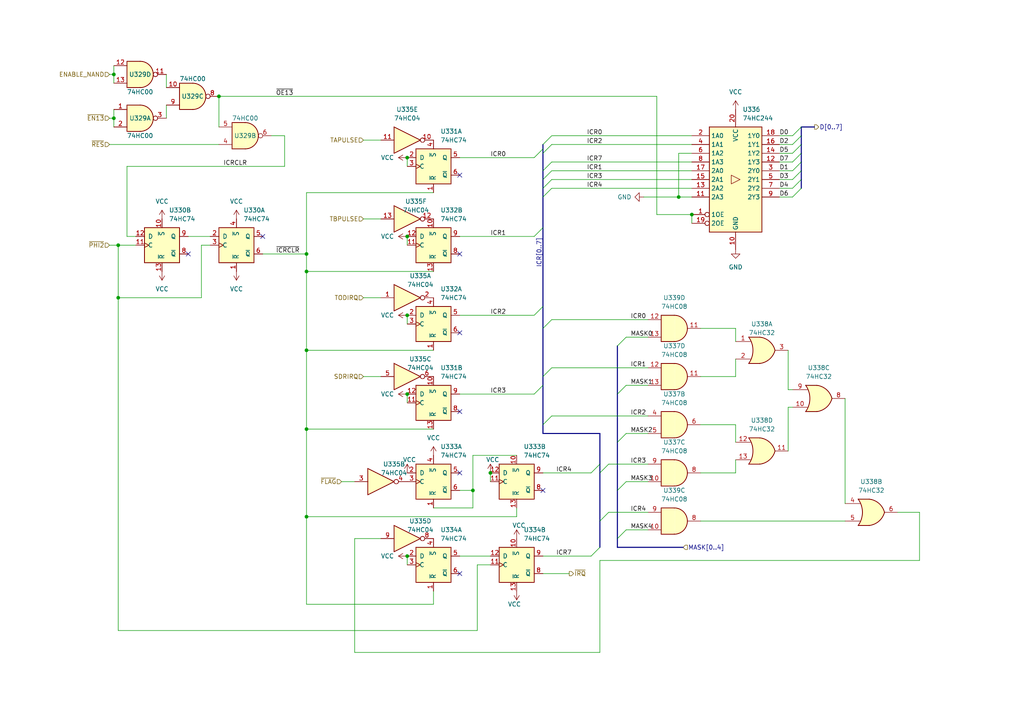
<source format=kicad_sch>
(kicad_sch (version 20211123) (generator eeschema)
  (paper "A4")
  (lib_symbols
    (symbol "74xx:74HC00" (pin_names (offset 1.016))
      (property "Reference" "U" (at 0 1.27 0))
      (property "Value" "74HC00" (at 0 -1.27 0))
      (symbol "74HC00_1_1"
        (arc (start 0 -3.81) (mid 3.81 0) (end 0 3.81) (stroke (width 0.254)) (fill (type background)))
        (polyline (pts (xy 0 3.81) (xy -3.81 3.81) (xy -3.81 -3.81) (xy 0 -3.81)) (stroke (width 0.254)) (fill (type background)))
        (pin input line (at -7.62 2.54 0) (length 3.81) (name "~") (number "1"))
        (pin input line (at -7.62 -2.54 0) (length 3.81) (name "~") (number "2"))
        (pin output inverted (at 7.62 0 180) (length 3.81) (name "~") (number "3"))
      )
      (symbol "74HC00_1_2"
        (arc (start -3.81 -3.81) (mid -2.589 0) (end -3.81 3.81) (stroke (width 0.254)))
        (arc (start -0.6096 -3.81) (mid 2.1842 -2.5851) (end 3.81 0) (stroke (width 0.254)) (fill (type background)))
        (polyline (pts (xy -3.81 -3.81) (xy -0.635 -3.81)) (stroke (width 0.254)) (fill (type background)))
        (polyline (pts (xy -3.81 3.81) (xy -0.635 3.81)) (stroke (width 0.254)) (fill (type background)))
        (polyline (pts (xy -0.635 3.81) (xy -3.81 3.81) (xy -3.81 3.81) (xy -3.556 3.4036) (xy -3.0226 2.2606) (xy -2.6924 1.0414) (xy -2.6162 -0.254) (xy -2.7686 -1.4986) (xy -3.175 -2.7178) (xy -3.81 -3.81) (xy -3.81 -3.81) (xy -0.635 -3.81)) (stroke (width -25.4)) (fill (type background)))
        (arc (start 3.81 0) (mid 2.1915 2.5936) (end -0.6096 3.81) (stroke (width 0.254)) (fill (type background)))
        (pin input inverted (at -7.62 2.54 0) (length 4.318) (name "~") (number "1"))
        (pin input inverted (at -7.62 -2.54 0) (length 4.318) (name "~") (number "2"))
        (pin output line (at 7.62 0 180) (length 3.81) (name "~") (number "3"))
      )
      (symbol "74HC00_2_1"
        (arc (start 0 -3.81) (mid 3.81 0) (end 0 3.81) (stroke (width 0.254)) (fill (type background)))
        (polyline (pts (xy 0 3.81) (xy -3.81 3.81) (xy -3.81 -3.81) (xy 0 -3.81)) (stroke (width 0.254)) (fill (type background)))
        (pin input line (at -7.62 2.54 0) (length 3.81) (name "~") (number "4"))
        (pin input line (at -7.62 -2.54 0) (length 3.81) (name "~") (number "5"))
        (pin output inverted (at 7.62 0 180) (length 3.81) (name "~") (number "6"))
      )
      (symbol "74HC00_2_2"
        (arc (start -3.81 -3.81) (mid -2.589 0) (end -3.81 3.81) (stroke (width 0.254)))
        (arc (start -0.6096 -3.81) (mid 2.1842 -2.5851) (end 3.81 0) (stroke (width 0.254)) (fill (type background)))
        (polyline (pts (xy -3.81 -3.81) (xy -0.635 -3.81)) (stroke (width 0.254)) (fill (type background)))
        (polyline (pts (xy -3.81 3.81) (xy -0.635 3.81)) (stroke (width 0.254)) (fill (type background)))
        (polyline (pts (xy -0.635 3.81) (xy -3.81 3.81) (xy -3.81 3.81) (xy -3.556 3.4036) (xy -3.0226 2.2606) (xy -2.6924 1.0414) (xy -2.6162 -0.254) (xy -2.7686 -1.4986) (xy -3.175 -2.7178) (xy -3.81 -3.81) (xy -3.81 -3.81) (xy -0.635 -3.81)) (stroke (width -25.4)) (fill (type background)))
        (arc (start 3.81 0) (mid 2.1915 2.5936) (end -0.6096 3.81) (stroke (width 0.254)) (fill (type background)))
        (pin input inverted (at -7.62 2.54 0) (length 4.318) (name "~") (number "4"))
        (pin input inverted (at -7.62 -2.54 0) (length 4.318) (name "~") (number "5"))
        (pin output line (at 7.62 0 180) (length 3.81) (name "~") (number "6"))
      )
      (symbol "74HC00_3_1"
        (arc (start 0 -3.81) (mid 3.81 0) (end 0 3.81) (stroke (width 0.254)) (fill (type background)))
        (polyline (pts (xy 0 3.81) (xy -3.81 3.81) (xy -3.81 -3.81) (xy 0 -3.81)) (stroke (width 0.254)) (fill (type background)))
        (pin input line (at -7.62 -2.54 0) (length 3.81) (name "~") (number "10"))
        (pin output inverted (at 7.62 0 180) (length 3.81) (name "~") (number "8"))
        (pin input line (at -7.62 2.54 0) (length 3.81) (name "~") (number "9"))
      )
      (symbol "74HC00_3_2"
        (arc (start -3.81 -3.81) (mid -2.589 0) (end -3.81 3.81) (stroke (width 0.254)))
        (arc (start -0.6096 -3.81) (mid 2.1842 -2.5851) (end 3.81 0) (stroke (width 0.254)) (fill (type background)))
        (polyline (pts (xy -3.81 -3.81) (xy -0.635 -3.81)) (stroke (width 0.254)) (fill (type background)))
        (polyline (pts (xy -3.81 3.81) (xy -0.635 3.81)) (stroke (width 0.254)) (fill (type background)))
        (polyline (pts (xy -0.635 3.81) (xy -3.81 3.81) (xy -3.81 3.81) (xy -3.556 3.4036) (xy -3.0226 2.2606) (xy -2.6924 1.0414) (xy -2.6162 -0.254) (xy -2.7686 -1.4986) (xy -3.175 -2.7178) (xy -3.81 -3.81) (xy -3.81 -3.81) (xy -0.635 -3.81)) (stroke (width -25.4)) (fill (type background)))
        (arc (start 3.81 0) (mid 2.1915 2.5936) (end -0.6096 3.81) (stroke (width 0.254)) (fill (type background)))
        (pin input inverted (at -7.62 -2.54 0) (length 4.318) (name "~") (number "10"))
        (pin output line (at 7.62 0 180) (length 3.81) (name "~") (number "8"))
        (pin input inverted (at -7.62 2.54 0) (length 4.318) (name "~") (number "9"))
      )
      (symbol "74HC00_4_1"
        (arc (start 0 -3.81) (mid 3.81 0) (end 0 3.81) (stroke (width 0.254)) (fill (type background)))
        (polyline (pts (xy 0 3.81) (xy -3.81 3.81) (xy -3.81 -3.81) (xy 0 -3.81)) (stroke (width 0.254)) (fill (type background)))
        (pin output inverted (at 7.62 0 180) (length 3.81) (name "~") (number "11"))
        (pin input line (at -7.62 2.54 0) (length 3.81) (name "~") (number "12"))
        (pin input line (at -7.62 -2.54 0) (length 3.81) (name "~") (number "13"))
      )
      (symbol "74HC00_4_2"
        (arc (start -3.81 -3.81) (mid -2.589 0) (end -3.81 3.81) (stroke (width 0.254)))
        (arc (start -0.6096 -3.81) (mid 2.1842 -2.5851) (end 3.81 0) (stroke (width 0.254)) (fill (type background)))
        (polyline (pts (xy -3.81 -3.81) (xy -0.635 -3.81)) (stroke (width 0.254)) (fill (type background)))
        (polyline (pts (xy -3.81 3.81) (xy -0.635 3.81)) (stroke (width 0.254)) (fill (type background)))
        (polyline (pts (xy -0.635 3.81) (xy -3.81 3.81) (xy -3.81 3.81) (xy -3.556 3.4036) (xy -3.0226 2.2606) (xy -2.6924 1.0414) (xy -2.6162 -0.254) (xy -2.7686 -1.4986) (xy -3.175 -2.7178) (xy -3.81 -3.81) (xy -3.81 -3.81) (xy -0.635 -3.81)) (stroke (width -25.4)) (fill (type background)))
        (arc (start 3.81 0) (mid 2.1915 2.5936) (end -0.6096 3.81) (stroke (width 0.254)) (fill (type background)))
        (pin output line (at 7.62 0 180) (length 3.81) (name "~") (number "11"))
        (pin input inverted (at -7.62 2.54 0) (length 4.318) (name "~") (number "12"))
        (pin input inverted (at -7.62 -2.54 0) (length 4.318) (name "~") (number "13"))
      )
      (symbol "74HC00_5_0"
        (pin power_in line (at 0 12.7 270) (length 5.08) (name "VCC") (number "14"))
        (pin power_in line (at 0 -12.7 90) (length 5.08) (name "GND") (number "7"))
      )
      (symbol "74HC00_5_1"
        (rectangle (start -5.08 7.62) (end 5.08 -7.62) (stroke (width 0.254)) (fill (type background)))
      )
    )
    (symbol "74xx:74HC04"
      (property "Reference" "U" (at 0 1.27 0))
      (property "Value" "74HC04" (at 0 -1.27 0))
      (symbol "74HC04_1_0"
        (polyline (pts (xy -3.81 3.81) (xy -3.81 -3.81) (xy 3.81 0) (xy -3.81 3.81)) (stroke (width 0.254)) (fill (type background)))
        (pin input line (at -7.62 0 0) (length 3.81) (name "~") (number "1"))
        (pin output inverted (at 7.62 0 180) (length 3.81) (name "~") (number "2"))
      )
      (symbol "74HC04_2_0"
        (polyline (pts (xy -3.81 3.81) (xy -3.81 -3.81) (xy 3.81 0) (xy -3.81 3.81)) (stroke (width 0.254)) (fill (type background)))
        (pin input line (at -7.62 0 0) (length 3.81) (name "~") (number "3"))
        (pin output inverted (at 7.62 0 180) (length 3.81) (name "~") (number "4"))
      )
      (symbol "74HC04_3_0"
        (polyline (pts (xy -3.81 3.81) (xy -3.81 -3.81) (xy 3.81 0) (xy -3.81 3.81)) (stroke (width 0.254)) (fill (type background)))
        (pin input line (at -7.62 0 0) (length 3.81) (name "~") (number "5"))
        (pin output inverted (at 7.62 0 180) (length 3.81) (name "~") (number "6"))
      )
      (symbol "74HC04_4_0"
        (polyline (pts (xy -3.81 3.81) (xy -3.81 -3.81) (xy 3.81 0) (xy -3.81 3.81)) (stroke (width 0.254)) (fill (type background)))
        (pin output inverted (at 7.62 0 180) (length 3.81) (name "~") (number "8"))
        (pin input line (at -7.62 0 0) (length 3.81) (name "~") (number "9"))
      )
      (symbol "74HC04_5_0"
        (polyline (pts (xy -3.81 3.81) (xy -3.81 -3.81) (xy 3.81 0) (xy -3.81 3.81)) (stroke (width 0.254)) (fill (type background)))
        (pin output inverted (at 7.62 0 180) (length 3.81) (name "~") (number "10"))
        (pin input line (at -7.62 0 0) (length 3.81) (name "~") (number "11"))
      )
      (symbol "74HC04_6_0"
        (polyline (pts (xy -3.81 3.81) (xy -3.81 -3.81) (xy 3.81 0) (xy -3.81 3.81)) (stroke (width 0.254)) (fill (type background)))
        (pin output inverted (at 7.62 0 180) (length 3.81) (name "~") (number "12"))
        (pin input line (at -7.62 0 0) (length 3.81) (name "~") (number "13"))
      )
      (symbol "74HC04_7_0"
        (pin power_in line (at 0 12.7 270) (length 5.08) (name "VCC") (number "14"))
        (pin power_in line (at 0 -12.7 90) (length 5.08) (name "GND") (number "7"))
      )
      (symbol "74HC04_7_1"
        (rectangle (start -5.08 7.62) (end 5.08 -7.62) (stroke (width 0.254)) (fill (type background)))
      )
    )
    (symbol "74xx:74HC244"
      (property "Reference" "U" (at -7.62 16.51 0))
      (property "Value" "74HC244" (at -7.62 -16.51 0))
      (symbol "74HC244_1_0"
        (polyline (pts (xy 1.27 0) (xy -1.27 1.27) (xy -1.27 -1.27) (xy 1.27 0)) (stroke (width 0.1524)))
        (pin input inverted (at -12.7 -10.16 0) (length 5.08) (name "1OE") (number "1"))
        (pin power_in line (at 0 -20.32 90) (length 5.08) (name "GND") (number "10"))
        (pin input line (at -12.7 -5.08 0) (length 5.08) (name "2A3") (number "11"))
        (pin tri_state line (at 12.7 5.08 180) (length 5.08) (name "1Y3") (number "12"))
        (pin input line (at -12.7 -2.54 0) (length 5.08) (name "2A2") (number "13"))
        (pin tri_state line (at 12.7 7.62 180) (length 5.08) (name "1Y2") (number "14"))
        (pin input line (at -12.7 0 0) (length 5.08) (name "2A1") (number "15"))
        (pin tri_state line (at 12.7 10.16 180) (length 5.08) (name "1Y1") (number "16"))
        (pin input line (at -12.7 2.54 0) (length 5.08) (name "2A0") (number "17"))
        (pin tri_state line (at 12.7 12.7 180) (length 5.08) (name "1Y0") (number "18"))
        (pin input inverted (at -12.7 -12.7 0) (length 5.08) (name "2OE") (number "19"))
        (pin input line (at -12.7 12.7 0) (length 5.08) (name "1A0") (number "2"))
        (pin power_in line (at 0 20.32 270) (length 5.08) (name "VCC") (number "20"))
        (pin tri_state line (at 12.7 2.54 180) (length 5.08) (name "2Y0") (number "3"))
        (pin input line (at -12.7 10.16 0) (length 5.08) (name "1A1") (number "4"))
        (pin tri_state line (at 12.7 0 180) (length 5.08) (name "2Y1") (number "5"))
        (pin input line (at -12.7 7.62 0) (length 5.08) (name "1A2") (number "6"))
        (pin tri_state line (at 12.7 -2.54 180) (length 5.08) (name "2Y2") (number "7"))
        (pin input line (at -12.7 5.08 0) (length 5.08) (name "1A3") (number "8"))
        (pin tri_state line (at 12.7 -5.08 180) (length 5.08) (name "2Y3") (number "9"))
      )
      (symbol "74HC244_1_1"
        (rectangle (start -7.62 15.24) (end 7.62 -15.24) (stroke (width 0.254)) (fill (type background)))
      )
    )
    (symbol "74xx:74HC74" (pin_names (offset 1.016))
      (property "Reference" "U" (at -7.62 8.89 0))
      (property "Value" "74HC74" (at -7.62 -8.89 0))
      (symbol "74HC74_1_0"
        (pin input line (at 0 -7.62 90) (length 2.54) (name "~{R}") (number "1"))
        (pin input line (at -7.62 2.54 0) (length 2.54) (name "D") (number "2"))
        (pin input clock (at -7.62 0 0) (length 2.54) (name "C") (number "3"))
        (pin input line (at 0 7.62 270) (length 2.54) (name "~{S}") (number "4"))
        (pin output line (at 7.62 2.54 180) (length 2.54) (name "Q") (number "5"))
        (pin output line (at 7.62 -2.54 180) (length 2.54) (name "~{Q}") (number "6"))
      )
      (symbol "74HC74_1_1"
        (rectangle (start -5.08 5.08) (end 5.08 -5.08) (stroke (width 0.254)) (fill (type background)))
      )
      (symbol "74HC74_2_0"
        (pin input line (at 0 7.62 270) (length 2.54) (name "~{S}") (number "10"))
        (pin input clock (at -7.62 0 0) (length 2.54) (name "C") (number "11"))
        (pin input line (at -7.62 2.54 0) (length 2.54) (name "D") (number "12"))
        (pin input line (at 0 -7.62 90) (length 2.54) (name "~{R}") (number "13"))
        (pin output line (at 7.62 -2.54 180) (length 2.54) (name "~{Q}") (number "8"))
        (pin output line (at 7.62 2.54 180) (length 2.54) (name "Q") (number "9"))
      )
      (symbol "74HC74_2_1"
        (rectangle (start -5.08 5.08) (end 5.08 -5.08) (stroke (width 0.254)) (fill (type background)))
      )
      (symbol "74HC74_3_0"
        (pin power_in line (at 0 10.16 270) (length 2.54) (name "VCC") (number "14"))
        (pin power_in line (at 0 -10.16 90) (length 2.54) (name "GND") (number "7"))
      )
      (symbol "74HC74_3_1"
        (rectangle (start -5.08 7.62) (end 5.08 -7.62) (stroke (width 0.254)) (fill (type background)))
      )
    )
    (symbol "74xx:74LS32" (pin_names (offset 1.016))
      (property "Reference" "U" (at 0 1.27 0))
      (property "Value" "74LS32" (at 0 -1.27 0))
      (symbol "74LS32_1_1"
        (arc (start -3.81 -3.81) (mid -2.589 0) (end -3.81 3.81) (stroke (width 0.254)))
        (arc (start -0.6096 -3.81) (mid 2.1842 -2.5851) (end 3.81 0) (stroke (width 0.254)) (fill (type background)))
        (polyline (pts (xy -3.81 -3.81) (xy -0.635 -3.81)) (stroke (width 0.254)) (fill (type background)))
        (polyline (pts (xy -3.81 3.81) (xy -0.635 3.81)) (stroke (width 0.254)) (fill (type background)))
        (polyline (pts (xy -0.635 3.81) (xy -3.81 3.81) (xy -3.81 3.81) (xy -3.556 3.4036) (xy -3.0226 2.2606) (xy -2.6924 1.0414) (xy -2.6162 -0.254) (xy -2.7686 -1.4986) (xy -3.175 -2.7178) (xy -3.81 -3.81) (xy -3.81 -3.81) (xy -0.635 -3.81)) (stroke (width -25.4)) (fill (type background)))
        (arc (start 3.81 0) (mid 2.1915 2.5936) (end -0.6096 3.81) (stroke (width 0.254)) (fill (type background)))
        (pin input line (at -7.62 2.54 0) (length 4.318) (name "~") (number "1"))
        (pin input line (at -7.62 -2.54 0) (length 4.318) (name "~") (number "2"))
        (pin output line (at 7.62 0 180) (length 3.81) (name "~") (number "3"))
      )
      (symbol "74LS32_1_2"
        (arc (start 0 -3.81) (mid 3.81 0) (end 0 3.81) (stroke (width 0.254)) (fill (type background)))
        (polyline (pts (xy 0 3.81) (xy -3.81 3.81) (xy -3.81 -3.81) (xy 0 -3.81)) (stroke (width 0.254)) (fill (type background)))
        (pin input inverted (at -7.62 2.54 0) (length 3.81) (name "~") (number "1"))
        (pin input inverted (at -7.62 -2.54 0) (length 3.81) (name "~") (number "2"))
        (pin output inverted (at 7.62 0 180) (length 3.81) (name "~") (number "3"))
      )
      (symbol "74LS32_2_1"
        (arc (start -3.81 -3.81) (mid -2.589 0) (end -3.81 3.81) (stroke (width 0.254)))
        (arc (start -0.6096 -3.81) (mid 2.1842 -2.5851) (end 3.81 0) (stroke (width 0.254)) (fill (type background)))
        (polyline (pts (xy -3.81 -3.81) (xy -0.635 -3.81)) (stroke (width 0.254)) (fill (type background)))
        (polyline (pts (xy -3.81 3.81) (xy -0.635 3.81)) (stroke (width 0.254)) (fill (type background)))
        (polyline (pts (xy -0.635 3.81) (xy -3.81 3.81) (xy -3.81 3.81) (xy -3.556 3.4036) (xy -3.0226 2.2606) (xy -2.6924 1.0414) (xy -2.6162 -0.254) (xy -2.7686 -1.4986) (xy -3.175 -2.7178) (xy -3.81 -3.81) (xy -3.81 -3.81) (xy -0.635 -3.81)) (stroke (width -25.4)) (fill (type background)))
        (arc (start 3.81 0) (mid 2.1915 2.5936) (end -0.6096 3.81) (stroke (width 0.254)) (fill (type background)))
        (pin input line (at -7.62 2.54 0) (length 4.318) (name "~") (number "4"))
        (pin input line (at -7.62 -2.54 0) (length 4.318) (name "~") (number "5"))
        (pin output line (at 7.62 0 180) (length 3.81) (name "~") (number "6"))
      )
      (symbol "74LS32_2_2"
        (arc (start 0 -3.81) (mid 3.81 0) (end 0 3.81) (stroke (width 0.254)) (fill (type background)))
        (polyline (pts (xy 0 3.81) (xy -3.81 3.81) (xy -3.81 -3.81) (xy 0 -3.81)) (stroke (width 0.254)) (fill (type background)))
        (pin input inverted (at -7.62 2.54 0) (length 3.81) (name "~") (number "4"))
        (pin input inverted (at -7.62 -2.54 0) (length 3.81) (name "~") (number "5"))
        (pin output inverted (at 7.62 0 180) (length 3.81) (name "~") (number "6"))
      )
      (symbol "74LS32_3_1"
        (arc (start -3.81 -3.81) (mid -2.589 0) (end -3.81 3.81) (stroke (width 0.254)))
        (arc (start -0.6096 -3.81) (mid 2.1842 -2.5851) (end 3.81 0) (stroke (width 0.254)) (fill (type background)))
        (polyline (pts (xy -3.81 -3.81) (xy -0.635 -3.81)) (stroke (width 0.254)) (fill (type background)))
        (polyline (pts (xy -3.81 3.81) (xy -0.635 3.81)) (stroke (width 0.254)) (fill (type background)))
        (polyline (pts (xy -0.635 3.81) (xy -3.81 3.81) (xy -3.81 3.81) (xy -3.556 3.4036) (xy -3.0226 2.2606) (xy -2.6924 1.0414) (xy -2.6162 -0.254) (xy -2.7686 -1.4986) (xy -3.175 -2.7178) (xy -3.81 -3.81) (xy -3.81 -3.81) (xy -0.635 -3.81)) (stroke (width -25.4)) (fill (type background)))
        (arc (start 3.81 0) (mid 2.1915 2.5936) (end -0.6096 3.81) (stroke (width 0.254)) (fill (type background)))
        (pin input line (at -7.62 -2.54 0) (length 4.318) (name "~") (number "10"))
        (pin output line (at 7.62 0 180) (length 3.81) (name "~") (number "8"))
        (pin input line (at -7.62 2.54 0) (length 4.318) (name "~") (number "9"))
      )
      (symbol "74LS32_3_2"
        (arc (start 0 -3.81) (mid 3.81 0) (end 0 3.81) (stroke (width 0.254)) (fill (type background)))
        (polyline (pts (xy 0 3.81) (xy -3.81 3.81) (xy -3.81 -3.81) (xy 0 -3.81)) (stroke (width 0.254)) (fill (type background)))
        (pin input inverted (at -7.62 -2.54 0) (length 3.81) (name "~") (number "10"))
        (pin output inverted (at 7.62 0 180) (length 3.81) (name "~") (number "8"))
        (pin input inverted (at -7.62 2.54 0) (length 3.81) (name "~") (number "9"))
      )
      (symbol "74LS32_4_1"
        (arc (start -3.81 -3.81) (mid -2.589 0) (end -3.81 3.81) (stroke (width 0.254)))
        (arc (start -0.6096 -3.81) (mid 2.1842 -2.5851) (end 3.81 0) (stroke (width 0.254)) (fill (type background)))
        (polyline (pts (xy -3.81 -3.81) (xy -0.635 -3.81)) (stroke (width 0.254)) (fill (type background)))
        (polyline (pts (xy -3.81 3.81) (xy -0.635 3.81)) (stroke (width 0.254)) (fill (type background)))
        (polyline (pts (xy -0.635 3.81) (xy -3.81 3.81) (xy -3.81 3.81) (xy -3.556 3.4036) (xy -3.0226 2.2606) (xy -2.6924 1.0414) (xy -2.6162 -0.254) (xy -2.7686 -1.4986) (xy -3.175 -2.7178) (xy -3.81 -3.81) (xy -3.81 -3.81) (xy -0.635 -3.81)) (stroke (width -25.4)) (fill (type background)))
        (arc (start 3.81 0) (mid 2.1915 2.5936) (end -0.6096 3.81) (stroke (width 0.254)) (fill (type background)))
        (pin output line (at 7.62 0 180) (length 3.81) (name "~") (number "11"))
        (pin input line (at -7.62 2.54 0) (length 4.318) (name "~") (number "12"))
        (pin input line (at -7.62 -2.54 0) (length 4.318) (name "~") (number "13"))
      )
      (symbol "74LS32_4_2"
        (arc (start 0 -3.81) (mid 3.81 0) (end 0 3.81) (stroke (width 0.254)) (fill (type background)))
        (polyline (pts (xy 0 3.81) (xy -3.81 3.81) (xy -3.81 -3.81) (xy 0 -3.81)) (stroke (width 0.254)) (fill (type background)))
        (pin output inverted (at 7.62 0 180) (length 3.81) (name "~") (number "11"))
        (pin input inverted (at -7.62 2.54 0) (length 3.81) (name "~") (number "12"))
        (pin input inverted (at -7.62 -2.54 0) (length 3.81) (name "~") (number "13"))
      )
      (symbol "74LS32_5_0"
        (pin power_in line (at 0 12.7 270) (length 5.08) (name "VCC") (number "14"))
        (pin power_in line (at 0 -12.7 90) (length 5.08) (name "GND") (number "7"))
      )
      (symbol "74LS32_5_1"
        (rectangle (start -5.08 7.62) (end 5.08 -7.62) (stroke (width 0.254)) (fill (type background)))
      )
    )
    (symbol "Custom 74xx:74HC08" (pin_names (offset 1.016))
      (property "Reference" "U" (at 0 1.27 0))
      (property "Value" "74HC08" (at 0 -1.27 0))
      (symbol "74HC08_1_1"
        (arc (start 0 -3.81) (mid 3.81 0) (end 0 3.81) (stroke (width 0.254)) (fill (type background)))
        (polyline (pts (xy 0 3.81) (xy -3.81 3.81) (xy -3.81 -3.81) (xy 0 -3.81)) (stroke (width 0.254)) (fill (type background)))
        (pin input line (at -7.62 2.54 0) (length 3.81) (name "~") (number "1"))
        (pin input line (at -7.62 -2.54 0) (length 3.81) (name "~") (number "2"))
        (pin output line (at 7.62 0 180) (length 3.81) (name "~") (number "3"))
      )
      (symbol "74HC08_1_2"
        (arc (start -3.81 -3.81) (mid -2.589 0) (end -3.81 3.81) (stroke (width 0.254)))
        (arc (start -0.6096 -3.81) (mid 2.1855 -2.584) (end 3.81 0) (stroke (width 0.254)) (fill (type background)))
        (polyline (pts (xy -3.81 -3.81) (xy -0.635 -3.81)) (stroke (width 0.254)) (fill (type background)))
        (polyline (pts (xy -3.81 3.81) (xy -0.635 3.81)) (stroke (width 0.254)) (fill (type background)))
        (polyline (pts (xy -0.635 3.81) (xy -3.81 3.81) (xy -3.81 3.81) (xy -3.556 3.4036) (xy -3.0226 2.2606) (xy -2.6924 1.0414) (xy -2.6162 -0.254) (xy -2.7686 -1.4986) (xy -3.175 -2.7178) (xy -3.81 -3.81) (xy -3.81 -3.81) (xy -0.635 -3.81)) (stroke (width -25.4)) (fill (type background)))
        (arc (start 3.81 0) (mid 2.1928 2.5925) (end -0.6096 3.81) (stroke (width 0.254)) (fill (type background)))
        (pin input inverted (at -7.62 2.54 0) (length 4.318) (name "~") (number "1"))
        (pin input inverted (at -7.62 -2.54 0) (length 4.318) (name "~") (number "2"))
        (pin output line (at 7.62 0 180) (length 3.81) (name "~") (number "3"))
      )
      (symbol "74HC08_2_1"
        (arc (start 0 -3.81) (mid 3.81 0) (end 0 3.81) (stroke (width 0.254)) (fill (type background)))
        (polyline (pts (xy 0 3.81) (xy -3.81 3.81) (xy -3.81 -3.81) (xy 0 -3.81)) (stroke (width 0.254)) (fill (type background)))
        (pin input line (at -7.62 2.54 0) (length 3.81) (name "~") (number "4"))
        (pin input line (at -7.62 -2.54 0) (length 3.81) (name "~") (number "5"))
        (pin output line (at 7.62 0 180) (length 3.81) (name "~") (number "6"))
      )
      (symbol "74HC08_2_2"
        (arc (start -3.81 -3.81) (mid -2.589 0) (end -3.81 3.81) (stroke (width 0.254)))
        (arc (start -0.6096 -3.81) (mid 2.1855 -2.584) (end 3.81 0) (stroke (width 0.254)) (fill (type background)))
        (polyline (pts (xy -3.81 -3.81) (xy -0.635 -3.81)) (stroke (width 0.254)) (fill (type background)))
        (polyline (pts (xy -3.81 3.81) (xy -0.635 3.81)) (stroke (width 0.254)) (fill (type background)))
        (polyline (pts (xy -0.635 3.81) (xy -3.81 3.81) (xy -3.81 3.81) (xy -3.556 3.4036) (xy -3.0226 2.2606) (xy -2.6924 1.0414) (xy -2.6162 -0.254) (xy -2.7686 -1.4986) (xy -3.175 -2.7178) (xy -3.81 -3.81) (xy -3.81 -3.81) (xy -0.635 -3.81)) (stroke (width -25.4)) (fill (type background)))
        (arc (start 3.81 0) (mid 2.1928 2.5925) (end -0.6096 3.81) (stroke (width 0.254)) (fill (type background)))
        (pin input inverted (at -7.62 2.54 0) (length 4.318) (name "~") (number "4"))
        (pin input inverted (at -7.62 -2.54 0) (length 4.318) (name "~") (number "5"))
        (pin output line (at 7.62 0 180) (length 3.81) (name "~") (number "6"))
      )
      (symbol "74HC08_3_1"
        (arc (start 0 -3.81) (mid 3.81 0) (end 0 3.81) (stroke (width 0.254)) (fill (type background)))
        (polyline (pts (xy 0 3.81) (xy -3.81 3.81) (xy -3.81 -3.81) (xy 0 -3.81)) (stroke (width 0.254)) (fill (type background)))
        (pin input line (at -7.62 -2.54 0) (length 3.81) (name "~") (number "10"))
        (pin output line (at 7.62 0 180) (length 3.81) (name "~") (number "8"))
        (pin input line (at -7.62 2.54 0) (length 3.81) (name "~") (number "9"))
      )
      (symbol "74HC08_3_2"
        (arc (start -3.81 -3.81) (mid -2.589 0) (end -3.81 3.81) (stroke (width 0.254)))
        (arc (start -0.6096 -3.81) (mid 2.1855 -2.584) (end 3.81 0) (stroke (width 0.254)) (fill (type background)))
        (polyline (pts (xy -3.81 -3.81) (xy -0.635 -3.81)) (stroke (width 0.254)) (fill (type background)))
        (polyline (pts (xy -3.81 3.81) (xy -0.635 3.81)) (stroke (width 0.254)) (fill (type background)))
        (polyline (pts (xy -0.635 3.81) (xy -3.81 3.81) (xy -3.81 3.81) (xy -3.556 3.4036) (xy -3.0226 2.2606) (xy -2.6924 1.0414) (xy -2.6162 -0.254) (xy -2.7686 -1.4986) (xy -3.175 -2.7178) (xy -3.81 -3.81) (xy -3.81 -3.81) (xy -0.635 -3.81)) (stroke (width -25.4)) (fill (type background)))
        (arc (start 3.81 0) (mid 2.1928 2.5925) (end -0.6096 3.81) (stroke (width 0.254)) (fill (type background)))
        (pin input inverted (at -7.62 -2.54 0) (length 4.318) (name "~") (number "10"))
        (pin output line (at 7.62 0 180) (length 3.81) (name "~") (number "8"))
        (pin input inverted (at -7.62 2.54 0) (length 4.318) (name "~") (number "9"))
      )
      (symbol "74HC08_4_1"
        (arc (start 0 -3.81) (mid 3.81 0) (end 0 3.81) (stroke (width 0.254)) (fill (type background)))
        (polyline (pts (xy 0 3.81) (xy -3.81 3.81) (xy -3.81 -3.81) (xy 0 -3.81)) (stroke (width 0.254)) (fill (type background)))
        (pin output line (at 7.62 0 180) (length 3.81) (name "~") (number "11"))
        (pin input line (at -7.62 2.54 0) (length 3.81) (name "~") (number "12"))
        (pin input line (at -7.62 -2.54 0) (length 3.81) (name "~") (number "13"))
      )
      (symbol "74HC08_4_2"
        (arc (start -3.81 -3.81) (mid -2.589 0) (end -3.81 3.81) (stroke (width 0.254)))
        (arc (start -0.6096 -3.81) (mid 2.1855 -2.584) (end 3.81 0) (stroke (width 0.254)) (fill (type background)))
        (polyline (pts (xy -3.81 -3.81) (xy -0.635 -3.81)) (stroke (width 0.254)) (fill (type background)))
        (polyline (pts (xy -3.81 3.81) (xy -0.635 3.81)) (stroke (width 0.254)) (fill (type background)))
        (polyline (pts (xy -0.635 3.81) (xy -3.81 3.81) (xy -3.81 3.81) (xy -3.556 3.4036) (xy -3.0226 2.2606) (xy -2.6924 1.0414) (xy -2.6162 -0.254) (xy -2.7686 -1.4986) (xy -3.175 -2.7178) (xy -3.81 -3.81) (xy -3.81 -3.81) (xy -0.635 -3.81)) (stroke (width -25.4)) (fill (type background)))
        (arc (start 3.81 0) (mid 2.1928 2.5925) (end -0.6096 3.81) (stroke (width 0.254)) (fill (type background)))
        (pin output line (at 7.62 0 180) (length 3.81) (name "~") (number "11"))
        (pin input inverted (at -7.62 2.54 0) (length 4.318) (name "~") (number "12"))
        (pin input inverted (at -7.62 -2.54 0) (length 4.318) (name "~") (number "13"))
      )
      (symbol "74HC08_5_0"
        (pin power_in line (at 0 12.7 270) (length 5.08) (name "VCC") (number "14"))
        (pin power_in line (at 0 -12.7 90) (length 5.08) (name "GND") (number "7"))
      )
      (symbol "74HC08_5_1"
        (rectangle (start -5.08 7.62) (end 5.08 -7.62) (stroke (width 0.254)) (fill (type background)))
      )
    )
    (symbol "power:GND" (power) (pin_names (offset 0))
      (property "Value" "GND" (at 0 -3.81 0))
      (symbol "GND_0_1"
        (polyline (pts (xy 0 0) (xy 0 -1.27) (xy 1.27 -1.27) (xy 0 -2.54) (xy -1.27 -1.27) (xy 0 -1.27)))
      )
      (symbol "GND_1_1"
        (pin power_in line (at 0 0 270) (length 0) hide (name "GND") (number "1"))
      )
    )
    (symbol "power:VCC" (power) (pin_names (offset 0))
      (property "Value" "VCC" (at 0 3.81 0))
      (symbol "VCC_0_1"
        (polyline (pts (xy -0.762 1.27) (xy 0 2.54)))
        (polyline (pts (xy 0 0) (xy 0 2.54)))
        (polyline (pts (xy 0 2.54) (xy 0.762 1.27)))
      )
      (symbol "VCC_1_1"
        (pin power_in line (at 0 0 90) (length 0) hide (name "VCC") (number "1"))
      )
    )
  )
  (junction (at 33.02 21.59))
  (junction (at 118.11 161.29))
  (junction (at 88.9 149.86))
  (junction (at 142.24 137.16))
  (junction (at 88.9 73.66))
  (junction (at 137.16 142.24))
  (junction (at 118.11 114.3))
  (junction (at 200.66 62.23))
  (junction (at 88.9 78.74))
  (junction (at 34.29 71.12))
  (junction (at 88.9 124.46))
  (junction (at 88.9 101.6))
  (junction (at 34.29 86.36))
  (junction (at 63.5 27.94))
  (junction (at 118.11 68.58))
  (junction (at 118.11 45.72))
  (junction (at 196.85 57.15))
  (junction (at 33.02 34.29))
  (junction (at 118.11 91.44))
  (no_connect (at 133.35 166.37))
  (no_connect (at 133.35 119.38))
  (no_connect (at 133.35 50.8))
  (no_connect (at 133.35 73.66))
  (no_connect (at 54.61 73.66))
  (no_connect (at 76.2 68.58))
  (no_connect (at 133.35 137.16))
  (no_connect (at 157.48 142.24))
  (no_connect (at 133.35 96.52))
  (bus_entry (at 229.87 52.07) (size 2.54 -2.54))
  (bus_entry (at 229.87 54.61) (size 2.54 -2.54))
  (bus_entry (at 229.87 57.15) (size 2.54 -2.54))
  (bus_entry (at 229.87 41.91) (size 2.54 -2.54))
  (bus_entry (at 229.87 39.37) (size 2.54 -2.54))
  (bus_entry (at 229.87 49.53) (size 2.54 -2.54))
  (bus_entry (at 229.87 46.99) (size 2.54 -2.54))
  (bus_entry (at 229.87 44.45) (size 2.54 -2.54))
  (bus_entry (at 179.07 114.3) (size 2.54 -2.54))
  (bus_entry (at 179.07 156.21) (size 2.54 -2.54))
  (bus_entry (at 173.99 137.16) (size 2.54 -2.54))
  (bus_entry (at 173.99 151.13) (size 2.54 -2.54))
  (bus_entry (at 179.07 142.24) (size 2.54 -2.54))
  (bus_entry (at 179.07 128.27) (size 2.54 -2.54))
  (bus_entry (at 157.48 123.19) (size 2.54 -2.54))
  (bus_entry (at 157.48 109.22) (size 2.54 -2.54))
  (bus_entry (at 179.07 100.33) (size 2.54 -2.54))
  (bus_entry (at 157.48 95.25) (size 2.54 -2.54))
  (bus_entry (at 171.45 161.29) (size 2.54 -2.54))
  (bus_entry (at 171.45 137.16) (size 2.54 -2.54))
  (bus_entry (at 157.48 54.61) (size 2.54 -2.54))
  (bus_entry (at 157.48 52.07) (size 2.54 -2.54))
  (bus_entry (at 157.48 57.15) (size 2.54 -2.54))
  (bus_entry (at 157.48 49.53) (size 2.54 -2.54))
  (bus_entry (at 157.48 41.91) (size 2.54 -2.54))
  (bus_entry (at 157.48 44.45) (size 2.54 -2.54))
  (bus_entry (at 154.94 114.3) (size 2.54 -2.54))
  (bus_entry (at 154.94 45.72) (size 2.54 -2.54))
  (bus_entry (at 154.94 91.44) (size 2.54 -2.54))
  (bus_entry (at 154.94 68.58) (size 2.54 -2.54))
  (wire (pts (xy 105.41 40.64) (xy 110.49 40.64)))
  (wire (pts (xy 133.35 45.72) (xy 154.94 45.72)))
  (wire (pts (xy 125.73 101.6) (xy 88.9 101.6)))
  (wire (pts (xy 181.61 153.67) (xy 187.96 153.67)))
  (wire (pts (xy 226.06 39.37) (xy 229.87 39.37)))
  (wire (pts (xy 226.06 54.61) (xy 229.87 54.61)))
  (wire (pts (xy 33.02 21.59) (xy 33.02 24.13)))
  (wire (pts (xy 34.29 71.12) (xy 34.29 86.36)))
  (wire (pts (xy 160.02 120.65) (xy 187.96 120.65)))
  (wire (pts (xy 226.06 52.07) (xy 229.87 52.07)))
  (wire (pts (xy 118.11 91.44) (xy 118.11 93.98)))
  (bus (pts (xy 157.48 49.53) (xy 157.48 52.07)))
  (bus (pts (xy 173.99 137.16) (xy 173.99 151.13)))
  (wire (pts (xy 88.9 124.46) (xy 88.9 101.6)))
  (wire (pts (xy 196.85 44.45) (xy 196.85 57.15)))
  (wire (pts (xy 176.53 148.59) (xy 187.96 148.59)))
  (wire (pts (xy 48.26 34.29) (xy 48.26 30.48)))
  (wire (pts (xy 133.35 68.58) (xy 154.94 68.58)))
  (wire (pts (xy 176.53 134.62) (xy 187.96 134.62)))
  (wire (pts (xy 173.99 162.56) (xy 266.7 162.56)))
  (wire (pts (xy 78.74 39.37) (xy 82.55 39.37)))
  (wire (pts (xy 213.36 109.22) (xy 213.36 104.14)))
  (wire (pts (xy 88.9 101.6) (xy 88.9 78.74)))
  (bus (pts (xy 232.41 49.53) (xy 232.41 52.07)))
  (wire (pts (xy 137.16 132.08) (xy 149.86 132.08)))
  (wire (pts (xy 157.48 161.29) (xy 171.45 161.29)))
  (wire (pts (xy 34.29 86.36) (xy 34.29 182.88)))
  (wire (pts (xy 99.06 139.7) (xy 102.87 139.7)))
  (wire (pts (xy 34.29 71.12) (xy 39.37 71.12)))
  (wire (pts (xy 203.2 137.16) (xy 213.36 137.16)))
  (wire (pts (xy 118.11 45.72) (xy 118.11 48.26)))
  (wire (pts (xy 125.73 171.45) (xy 125.73 175.26)))
  (wire (pts (xy 228.6 113.03) (xy 228.6 101.6)))
  (wire (pts (xy 31.75 21.59) (xy 33.02 21.59)))
  (wire (pts (xy 133.35 91.44) (xy 154.94 91.44)))
  (wire (pts (xy 213.36 123.19) (xy 213.36 128.27)))
  (wire (pts (xy 142.24 137.16) (xy 142.24 139.7)))
  (bus (pts (xy 232.41 36.83) (xy 232.41 39.37)))
  (wire (pts (xy 160.02 52.07) (xy 200.66 52.07)))
  (wire (pts (xy 213.36 95.25) (xy 213.36 99.06)))
  (wire (pts (xy 181.61 125.73) (xy 187.96 125.73)))
  (wire (pts (xy 160.02 54.61) (xy 200.66 54.61)))
  (wire (pts (xy 118.11 161.29) (xy 118.11 163.83)))
  (wire (pts (xy 229.87 113.03) (xy 228.6 113.03)))
  (wire (pts (xy 226.06 57.15) (xy 229.87 57.15)))
  (wire (pts (xy 125.73 55.88) (xy 88.9 55.88)))
  (wire (pts (xy 33.02 21.59) (xy 33.02 19.05)))
  (wire (pts (xy 125.73 147.32) (xy 137.16 147.32)))
  (wire (pts (xy 33.02 34.29) (xy 33.02 31.75)))
  (wire (pts (xy 105.41 63.5) (xy 110.49 63.5)))
  (wire (pts (xy 82.55 48.26) (xy 36.83 48.26)))
  (bus (pts (xy 157.48 66.04) (xy 157.48 88.9)))
  (wire (pts (xy 181.61 139.7) (xy 187.96 139.7)))
  (bus (pts (xy 157.48 88.9) (xy 157.48 95.25)))
  (wire (pts (xy 102.87 156.21) (xy 102.87 189.23)))
  (bus (pts (xy 179.07 156.21) (xy 179.07 158.75)))
  (bus (pts (xy 236.22 36.83) (xy 232.41 36.83)))
  (wire (pts (xy 31.75 71.12) (xy 34.29 71.12)))
  (wire (pts (xy 226.06 41.91) (xy 229.87 41.91)))
  (wire (pts (xy 186.69 57.15) (xy 196.85 57.15)))
  (wire (pts (xy 160.02 41.91) (xy 200.66 41.91)))
  (bus (pts (xy 232.41 41.91) (xy 232.41 44.45)))
  (bus (pts (xy 157.48 43.18) (xy 157.48 44.45)))
  (bus (pts (xy 179.07 114.3) (xy 179.07 128.27)))
  (wire (pts (xy 203.2 123.19) (xy 213.36 123.19)))
  (bus (pts (xy 157.48 54.61) (xy 157.48 57.15)))
  (wire (pts (xy 228.6 130.81) (xy 228.6 118.11)))
  (wire (pts (xy 118.11 68.58) (xy 118.11 71.12)))
  (bus (pts (xy 157.48 41.91) (xy 157.48 43.18)))
  (bus (pts (xy 157.48 125.73) (xy 173.99 125.73)))
  (wire (pts (xy 110.49 156.21) (xy 102.87 156.21)))
  (wire (pts (xy 36.83 68.58) (xy 39.37 68.58)))
  (wire (pts (xy 190.5 27.94) (xy 190.5 62.23)))
  (wire (pts (xy 88.9 78.74) (xy 125.73 78.74)))
  (wire (pts (xy 160.02 46.99) (xy 200.66 46.99)))
  (wire (pts (xy 157.48 166.37) (xy 165.1 166.37)))
  (wire (pts (xy 181.61 97.79) (xy 187.96 97.79)))
  (wire (pts (xy 88.9 55.88) (xy 88.9 73.66)))
  (bus (pts (xy 157.48 57.15) (xy 157.48 66.04)))
  (bus (pts (xy 157.48 52.07) (xy 157.48 54.61)))
  (bus (pts (xy 157.48 44.45) (xy 157.48 49.53)))
  (bus (pts (xy 198.12 158.75) (xy 179.07 158.75)))
  (wire (pts (xy 125.73 175.26) (xy 88.9 175.26)))
  (wire (pts (xy 54.61 68.58) (xy 60.96 68.58)))
  (bus (pts (xy 157.48 95.25) (xy 157.48 109.22)))
  (wire (pts (xy 200.66 44.45) (xy 196.85 44.45)))
  (wire (pts (xy 105.41 86.36) (xy 110.49 86.36)))
  (wire (pts (xy 58.42 86.36) (xy 58.42 71.12)))
  (wire (pts (xy 133.35 114.3) (xy 154.94 114.3)))
  (wire (pts (xy 63.5 27.94) (xy 63.5 36.83)))
  (wire (pts (xy 58.42 71.12) (xy 60.96 71.12)))
  (bus (pts (xy 173.99 125.73) (xy 173.99 134.62)))
  (wire (pts (xy 149.86 149.86) (xy 88.9 149.86)))
  (wire (pts (xy 203.2 95.25) (xy 213.36 95.25)))
  (wire (pts (xy 157.48 137.16) (xy 171.45 137.16)))
  (wire (pts (xy 36.83 48.26) (xy 36.83 68.58)))
  (wire (pts (xy 88.9 175.26) (xy 88.9 149.86)))
  (wire (pts (xy 203.2 109.22) (xy 213.36 109.22)))
  (bus (pts (xy 179.07 100.33) (xy 179.07 114.3)))
  (bus (pts (xy 232.41 39.37) (xy 232.41 41.91)))
  (wire (pts (xy 213.36 137.16) (xy 213.36 133.35)))
  (wire (pts (xy 31.75 34.29) (xy 33.02 34.29)))
  (wire (pts (xy 76.2 73.66) (xy 88.9 73.66)))
  (wire (pts (xy 260.35 148.59) (xy 266.7 148.59)))
  (wire (pts (xy 133.35 142.24) (xy 137.16 142.24)))
  (wire (pts (xy 226.06 44.45) (xy 229.87 44.45)))
  (wire (pts (xy 88.9 78.74) (xy 88.9 73.66)))
  (bus (pts (xy 179.07 142.24) (xy 179.07 156.21)))
  (wire (pts (xy 34.29 86.36) (xy 58.42 86.36)))
  (bus (pts (xy 157.48 123.19) (xy 157.48 125.73)))
  (wire (pts (xy 31.75 41.91) (xy 63.5 41.91)))
  (wire (pts (xy 226.06 49.53) (xy 229.87 49.53)))
  (wire (pts (xy 63.5 27.94) (xy 190.5 27.94)))
  (wire (pts (xy 125.73 124.46) (xy 88.9 124.46)))
  (wire (pts (xy 137.16 147.32) (xy 137.16 142.24)))
  (bus (pts (xy 173.99 134.62) (xy 173.99 137.16)))
  (wire (pts (xy 149.86 147.32) (xy 149.86 149.86)))
  (wire (pts (xy 226.06 46.99) (xy 229.87 46.99)))
  (bus (pts (xy 232.41 52.07) (xy 232.41 54.61)))
  (wire (pts (xy 245.11 115.57) (xy 245.11 146.05)))
  (wire (pts (xy 200.66 62.23) (xy 200.66 64.77)))
  (wire (pts (xy 102.87 189.23) (xy 173.99 189.23)))
  (wire (pts (xy 33.02 34.29) (xy 33.02 36.83)))
  (wire (pts (xy 82.55 39.37) (xy 82.55 48.26)))
  (wire (pts (xy 137.16 142.24) (xy 137.16 132.08)))
  (wire (pts (xy 160.02 49.53) (xy 200.66 49.53)))
  (wire (pts (xy 160.02 106.68) (xy 187.96 106.68)))
  (bus (pts (xy 157.48 111.76) (xy 157.48 123.19)))
  (wire (pts (xy 138.43 163.83) (xy 142.24 163.83)))
  (wire (pts (xy 160.02 39.37) (xy 200.66 39.37)))
  (wire (pts (xy 203.2 151.13) (xy 245.11 151.13)))
  (wire (pts (xy 160.02 92.71) (xy 187.96 92.71)))
  (wire (pts (xy 181.61 111.76) (xy 187.96 111.76)))
  (bus (pts (xy 173.99 151.13) (xy 173.99 158.75)))
  (wire (pts (xy 138.43 182.88) (xy 138.43 163.83)))
  (wire (pts (xy 196.85 57.15) (xy 200.66 57.15)))
  (wire (pts (xy 228.6 118.11) (xy 229.87 118.11)))
  (wire (pts (xy 118.11 114.3) (xy 118.11 116.84)))
  (wire (pts (xy 133.35 161.29) (xy 142.24 161.29)))
  (bus (pts (xy 232.41 46.99) (xy 232.41 49.53)))
  (wire (pts (xy 173.99 189.23) (xy 173.99 162.56)))
  (bus (pts (xy 232.41 44.45) (xy 232.41 46.99)))
  (wire (pts (xy 266.7 162.56) (xy 266.7 148.59)))
  (wire (pts (xy 88.9 149.86) (xy 88.9 124.46)))
  (wire (pts (xy 190.5 62.23) (xy 200.66 62.23)))
  (wire (pts (xy 105.41 109.22) (xy 110.49 109.22)))
  (bus (pts (xy 157.48 109.22) (xy 157.48 111.76)))
  (bus (pts (xy 179.07 128.27) (xy 179.07 142.24)))
  (wire (pts (xy 48.26 21.59) (xy 48.26 25.4)))
  (wire (pts (xy 34.29 182.88) (xy 138.43 182.88)))
  (label "~{OE13}" (at 80.01 27.94 0))
  (label "D6" (at 226.06 57.15 0))
  (label "MASK4" (at 182.88 153.67 0))
  (label "ICR0" (at 170.18 39.37 0))
  (label "D4" (at 226.06 54.61 0))
  (label "ICR1" (at 170.18 49.53 0))
  (label "ICR3" (at 170.18 52.07 0))
  (label "ICR0" (at 142.24 45.72 0))
  (label "ICR3" (at 142.24 114.3 0))
  (label "D3" (at 226.06 52.07 0))
  (label "D7" (at 226.06 46.99 0))
  (label "ICR3" (at 182.88 134.62 0))
  (label "ICR4" (at 182.88 148.59 0))
  (label "D1" (at 226.06 49.53 0))
  (label "ICRCLR" (at 64.77 48.26 0))
  (label "MASK1" (at 182.88 111.76 0))
  (label "ICR1" (at 182.88 106.68 0))
  (label "ICR1" (at 142.24 68.58 0))
  (label "ICR7" (at 170.18 46.99 0))
  (label "MASK2" (at 182.88 125.73 0))
  (label "D5" (at 226.06 44.45 0))
  (label "MASK0" (at 182.88 97.79 0))
  (label "D2" (at 226.06 41.91 0))
  (label "ICR2" (at 170.18 41.91 0))
  (label "ICR2" (at 142.24 91.44 0))
  (label "ICR0" (at 182.88 92.71 0))
  (label "~{ICRCLR}" (at 80.01 73.66 0))
  (label "ICR4" (at 170.18 54.61 0))
  (label "ICR[0..7]" (at 157.48 77.47 90))
  (label "MASK3" (at 182.88 139.7 0))
  (label "ICR2" (at 182.88 120.65 0))
  (label "ICR4" (at 161.29 137.16 0))
  (label "ICR7" (at 161.29 161.29 0))
  (label "D0" (at 226.06 39.37 0))
  (hierarchical_label "~{EN13}" (shape input) (at 31.75 34.29 180))
  (hierarchical_label "D[0..7]" (shape output) (at 236.22 36.83 0))
  (hierarchical_label "MASK[0..4]" (shape input) (at 198.12 158.75 0))
  (hierarchical_label "~{FLAG}" (shape input) (at 99.06 139.7 180))
  (hierarchical_label "TAPULSE" (shape input) (at 105.41 40.64 180))
  (hierarchical_label "TODIRQ" (shape input) (at 105.41 86.36 180))
  (hierarchical_label "~{PHI2}" (shape input) (at 31.75 71.12 180))
  (hierarchical_label "~{IRQ}" (shape output) (at 165.1 166.37 0))
  (hierarchical_label "TBPULSE" (shape input) (at 105.41 63.5 180))
  (hierarchical_label "ENABLE_NAND" (shape input) (at 31.75 21.59 180))
  (hierarchical_label "~{RES}" (shape input) (at 31.75 41.91 180))
  (hierarchical_label "SDRIRQ" (shape input) (at 105.41 109.22 180))
  (symbol (lib_id "power:VCC") (at 118.11 68.58 90) (unit 1)
    (property "Reference" "#PWR0342" (effects hide))
    (property "Value" "VCC" (at 114.3 68.5799 90) (effects (justify left)))
  )
  (symbol (lib_id "74xx:74HC04") (at 118.11 40.64 0) (unit 5)
    (property "Reference" "U335" (at 118.11 31.75 0))
    (property "Value" "74HC04" (at 118.11 34.29 0))
    (property "Footprint" "Package_SO:SO-14_3.9x8.65mm_P1.27mm" (effects hide))
    (property "Datasheet" "https://assets.nexperia.com/documents/data-sheet/74HC_HCT04.pdf" (effects hide))
  )
  (symbol (lib_id "74xx:74LS32") (at 220.98 101.6 0) (unit 1)
    (property "Reference" "U338" (at 220.98 93.98 0))
    (property "Value" "74HC32" (at 220.98 96.52 0))
    (property "Footprint" "Package_SO:SO-14_3.9x8.65mm_P1.27mm" (effects hide))
    (property "Datasheet" "http://www.ti.com/lit/gpn/sn74LS32" (effects hide))
  )
  (symbol (lib_id "74xx:74HC04") (at 118.11 109.22 0) (unit 3)
    (property "Reference" "U335" (at 121.92 104.14 0))
    (property "Value" "74HC04" (at 121.92 106.68 0))
    (property "Footprint" "Package_SO:SO-14_3.9x8.65mm_P1.27mm" (effects hide))
    (property "Datasheet" "https://assets.nexperia.com/documents/data-sheet/74HC_HCT04.pdf" (effects hide))
  )
  (symbol (lib_id "Custom 74xx:74HC08") (at 195.58 95.25 0) (unit 4)
    (property "Reference" "U339" (at 195.58 86.36 0))
    (property "Value" "74HC08" (at 195.58 88.9 0))
    (property "Footprint" "Package_SO:SO-14_3.9x8.65mm_P1.27mm" (effects hide))
  )
  (symbol (lib_id "74xx:74HC244") (at 213.36 52.07 0) (unit 1)
    (property "Reference" "U336" (at 215.3794 31.75 0) (effects (justify left)))
    (property "Value" "74HC244" (at 215.3794 34.29 0) (effects (justify left)))
    (property "Footprint" "Package_SO:SOIC-20W_7.5x12.8mm_P1.27mm" (effects hide))
    (property "Datasheet" "https://assets.nexperia.com/documents/data-sheet/74HC_HCT244.pdf" (effects hide))
  )
  (symbol (lib_id "power:GND") (at 186.69 57.15 270) (unit 1)
    (property "Reference" "#PWR0351" (effects hide))
    (property "Value" "GND" (at 179.07 57.15 90) (effects (justify left)))
  )
  (symbol (lib_id "74xx:74HC00") (at 40.64 21.59 0) (unit 4)
    (property "Reference" "U329" (at 40.64 21.59 0))
    (property "Value" "74HC00" (at 40.64 26.67 0))
    (property "Footprint" "Package_SO:SO-14_3.9x8.65mm_P1.27mm" (effects hide))
    (property "Datasheet" "http://www.ti.com/lit/gpn/sn74hc00" (effects hide))
  )
  (symbol (lib_id "power:VCC") (at 213.36 31.75 0) (unit 1)
    (property "Reference" "#PWR0352" (effects hide))
    (property "Value" "VCC" (at 213.36 26.67 0))
  )
  (symbol (lib_id "Custom 74xx:74HC08") (at 195.58 123.19 0) (unit 2)
    (property "Reference" "U337" (at 195.58 114.3 0))
    (property "Value" "74HC08" (at 195.58 116.84 0))
    (property "Footprint" "Package_SO:SO-14_3.9x8.65mm_P1.27mm" (effects hide))
  )
  (symbol (lib_id "power:VCC") (at 149.86 156.21 0) (unit 1)
    (property "Reference" "#PWR0349" (effects hide))
    (property "Value" "VCC" (at 148.59 152.4 0) (effects (justify left)))
  )
  (symbol (lib_id "74xx:74HC04") (at 110.49 139.7 0) (unit 2)
    (property "Reference" "U335" (at 114.3 134.62 0))
    (property "Value" "74HC04" (at 114.3 137.16 0))
    (property "Footprint" "Package_SO:SO-14_3.9x8.65mm_P1.27mm" (effects hide))
    (property "Datasheet" "https://assets.nexperia.com/documents/data-sheet/74HC_HCT04.pdf" (effects hide))
  )
  (symbol (lib_id "power:VCC") (at 46.99 78.74 180) (unit 1)
    (property "Reference" "#PWR0338" (effects hide))
    (property "Value" "VCC" (at 46.99 83.82 0))
  )
  (symbol (lib_id "power:VCC") (at 46.99 63.5 0) (unit 1)
    (property "Reference" "#PWR0337" (effects hide))
    (property "Value" "VCC" (at 46.99 58.42 0))
  )
  (symbol (lib_id "74xx:74HC74") (at 149.86 163.83 0) (unit 2)
    (property "Reference" "U334" (at 151.8794 153.67 0) (effects (justify left)))
    (property "Value" "74HC74" (at 151.8794 156.21 0) (effects (justify left)))
    (property "Footprint" "Package_SO:SO-14_3.9x8.65mm_P1.27mm" (effects hide))
    (property "Datasheet" "74xx/74hc_hct74.pdf" (effects hide))
  )
  (symbol (lib_id "power:VCC") (at 118.11 45.72 90) (unit 1)
    (property "Reference" "#PWR0341" (effects hide))
    (property "Value" "VCC" (at 114.3 45.7199 90) (effects (justify left)))
  )
  (symbol (lib_id "power:VCC") (at 142.24 137.16 0) (unit 1)
    (property "Reference" "#PWR0348" (effects hide))
    (property "Value" "VCC" (at 140.97 133.35 0) (effects (justify left)))
  )
  (symbol (lib_id "power:GND") (at 213.36 72.39 0) (unit 1)
    (property "Reference" "#PWR0353" (effects hide))
    (property "Value" "GND" (at 213.36 77.47 0))
  )
  (symbol (lib_id "power:VCC") (at 68.58 78.74 180) (unit 1)
    (property "Reference" "#PWR0340" (effects hide))
    (property "Value" "VCC" (at 68.58 83.82 0))
  )
  (symbol (lib_id "74xx:74HC74") (at 125.73 163.83 0) (unit 1)
    (property "Reference" "U334" (at 127.7494 153.67 0) (effects (justify left)))
    (property "Value" "74HC74" (at 127.7494 156.21 0) (effects (justify left)))
    (property "Footprint" "Package_SO:SO-14_3.9x8.65mm_P1.27mm" (effects hide))
    (property "Datasheet" "74xx/74hc_hct74.pdf" (effects hide))
  )
  (symbol (lib_id "power:VCC") (at 118.11 137.16 0) (unit 1)
    (property "Reference" "#PWR0345" (effects hide))
    (property "Value" "VCC" (at 116.84 133.35 0) (effects (justify left)))
  )
  (symbol (lib_id "power:VCC") (at 118.11 91.44 90) (unit 1)
    (property "Reference" "#PWR0343" (effects hide))
    (property "Value" "VCC" (at 114.3 91.4399 90) (effects (justify left)))
  )
  (symbol (lib_id "power:VCC") (at 125.73 132.08 0) (unit 1)
    (property "Reference" "#PWR0347" (effects hide))
    (property "Value" "VCC" (at 125.73 127 0))
  )
  (symbol (lib_id "74xx:74HC74") (at 125.73 48.26 0) (unit 1)
    (property "Reference" "U331" (at 127.7494 38.1 0) (effects (justify left)))
    (property "Value" "74HC74" (at 127.7494 40.64 0) (effects (justify left)))
    (property "Footprint" "Package_SO:SO-14_3.9x8.65mm_P1.27mm" (effects hide))
    (property "Datasheet" "74xx/74hc_hct74.pdf" (effects hide))
  )
  (symbol (lib_id "74xx:74HC00") (at 55.88 27.94 0) (mirror x) (unit 3)
    (property "Reference" "U329" (at 55.88 27.94 0))
    (property "Value" "74HC00" (at 55.88 22.86 0))
    (property "Footprint" "Package_SO:SO-14_3.9x8.65mm_P1.27mm" (effects hide))
    (property "Datasheet" "http://www.ti.com/lit/gpn/sn74hc00" (effects hide))
  )
  (symbol (lib_id "74xx:74LS32") (at 252.73 148.59 0) (unit 2)
    (property "Reference" "U338" (at 252.73 139.7 0))
    (property "Value" "74HC32" (at 252.73 142.24 0))
    (property "Footprint" "Package_SO:SO-14_3.9x8.65mm_P1.27mm" (effects hide))
    (property "Datasheet" "http://www.ti.com/lit/gpn/sn74LS32" (effects hide))
  )
  (symbol (lib_id "power:VCC") (at 149.86 171.45 180) (unit 1)
    (property "Reference" "#PWR0350" (effects hide))
    (property "Value" "VCC" (at 151.13 175.26 0) (effects (justify left)))
  )
  (symbol (lib_id "74xx:74HC74") (at 46.99 71.12 0) (unit 2)
    (property "Reference" "U330" (at 49.0094 60.96 0) (effects (justify left)))
    (property "Value" "74HC74" (at 49.0094 63.5 0) (effects (justify left)))
    (property "Footprint" "Package_SO:SO-14_3.9x8.65mm_P1.27mm" (effects hide))
    (property "Datasheet" "74xx/74hc_hct74.pdf" (effects hide))
  )
  (symbol (lib_id "74xx:74HC74") (at 125.73 116.84 0) (unit 2)
    (property "Reference" "U331" (at 127.7494 106.68 0) (effects (justify left)))
    (property "Value" "74HC74" (at 127.7494 109.22 0) (effects (justify left)))
    (property "Footprint" "Package_SO:SO-14_3.9x8.65mm_P1.27mm" (effects hide))
    (property "Datasheet" "74xx/74hc_hct74.pdf" (effects hide))
  )
  (symbol (lib_id "74xx:74HC00") (at 71.12 39.37 0) (mirror x) (unit 2)
    (property "Reference" "U329" (at 71.12 39.37 0))
    (property "Value" "74HC00" (at 71.12 34.29 0))
    (property "Footprint" "Package_SO:SO-14_3.9x8.65mm_P1.27mm" (effects hide))
    (property "Datasheet" "http://www.ti.com/lit/gpn/sn74hc00" (effects hide))
  )
  (symbol (lib_id "power:VCC") (at 118.11 161.29 90) (unit 1)
    (property "Reference" "#PWR0346" (effects hide))
    (property "Value" "VCC" (at 114.3 161.2899 90) (effects (justify left)))
  )
  (symbol (lib_id "74xx:74HC04") (at 118.11 63.5 0) (unit 6)
    (property "Reference" "U335" (at 120.65 58.42 0))
    (property "Value" "74HC04" (at 120.65 60.96 0))
    (property "Footprint" "Package_SO:SO-14_3.9x8.65mm_P1.27mm" (effects hide))
    (property "Datasheet" "https://assets.nexperia.com/documents/data-sheet/74HC_HCT04.pdf" (effects hide))
  )
  (symbol (lib_id "74xx:74HC04") (at 118.11 86.36 0) (unit 1)
    (property "Reference" "U335" (at 121.92 80.01 0))
    (property "Value" "74HC04" (at 121.92 82.55 0))
    (property "Footprint" "Package_SO:SO-14_3.9x8.65mm_P1.27mm" (effects hide))
    (property "Datasheet" "https://assets.nexperia.com/documents/data-sheet/74HC_HCT04.pdf" (effects hide))
  )
  (symbol (lib_id "Custom 74xx:74HC08") (at 195.58 137.16 0) (unit 3)
    (property "Reference" "U337" (at 195.58 128.27 0))
    (property "Value" "74HC08" (at 195.58 130.81 0))
    (property "Footprint" "Package_SO:SO-14_3.9x8.65mm_P1.27mm" (effects hide))
  )
  (symbol (lib_id "power:VCC") (at 68.58 63.5 0) (unit 1)
    (property "Reference" "#PWR0339" (effects hide))
    (property "Value" "VCC" (at 68.58 58.42 0))
  )
  (symbol (lib_id "74xx:74HC74") (at 125.73 139.7 0) (unit 1)
    (property "Reference" "U333" (at 127.7494 129.54 0) (effects (justify left)))
    (property "Value" "74HC74" (at 127.7494 132.08 0) (effects (justify left)))
    (property "Footprint" "Package_SO:SO-14_3.9x8.65mm_P1.27mm" (effects hide))
    (property "Datasheet" "74xx/74hc_hct74.pdf" (effects hide))
  )
  (symbol (lib_id "74xx:74HC04") (at 118.11 156.21 0) (unit 4)
    (property "Reference" "U335" (at 121.92 151.13 0))
    (property "Value" "74HC04" (at 121.92 153.67 0))
    (property "Footprint" "Package_SO:SO-14_3.9x8.65mm_P1.27mm" (effects hide))
    (property "Datasheet" "https://assets.nexperia.com/documents/data-sheet/74HC_HCT04.pdf" (effects hide))
  )
  (symbol (lib_id "Custom 74xx:74HC08") (at 195.58 151.13 0) (unit 3)
    (property "Reference" "U339" (at 195.58 142.24 0))
    (property "Value" "74HC08" (at 195.58 144.78 0))
    (property "Footprint" "Package_SO:SO-14_3.9x8.65mm_P1.27mm" (effects hide))
  )
  (symbol (lib_id "Custom 74xx:74HC08") (at 195.58 109.22 0) (unit 4)
    (property "Reference" "U337" (at 195.58 100.33 0))
    (property "Value" "74HC08" (at 195.58 102.87 0))
    (property "Footprint" "Package_SO:SO-14_3.9x8.65mm_P1.27mm" (effects hide))
  )
  (symbol (lib_id "74xx:74LS32") (at 220.98 130.81 0) (unit 4)
    (property "Reference" "U338" (at 220.98 121.92 0))
    (property "Value" "74HC32" (at 220.98 124.46 0))
    (property "Footprint" "Package_SO:SO-14_3.9x8.65mm_P1.27mm" (effects hide))
    (property "Datasheet" "http://www.ti.com/lit/gpn/sn74LS32" (effects hide))
  )
  (symbol (lib_id "74xx:74HC74") (at 149.86 139.7 0) (unit 2)
    (property "Reference" "U333" (at 151.8794 129.54 0) (effects (justify left)))
    (property "Value" "74HC74" (at 151.8794 132.08 0) (effects (justify left)))
    (property "Footprint" "Package_SO:SO-14_3.9x8.65mm_P1.27mm" (effects hide))
    (property "Datasheet" "74xx/74hc_hct74.pdf" (effects hide))
  )
  (symbol (lib_id "power:VCC") (at 118.11 114.3 90) (unit 1)
    (property "Reference" "#PWR0344" (effects hide))
    (property "Value" "VCC" (at 114.3 114.2999 90) (effects (justify left)))
  )
  (symbol (lib_id "74xx:74HC00") (at 40.64 34.29 0) (unit 1)
    (property "Reference" "U329" (at 40.64 34.29 0))
    (property "Value" "74HC00" (at 40.64 39.37 0))
    (property "Footprint" "Package_SO:SO-14_3.9x8.65mm_P1.27mm" (effects hide))
    (property "Datasheet" "http://www.ti.com/lit/gpn/sn74hc00" (effects hide))
  )
  (symbol (lib_id "74xx:74HC74") (at 68.58 71.12 0) (unit 1)
    (property "Reference" "U330" (at 70.5994 60.96 0) (effects (justify left)))
    (property "Value" "74HC74" (at 70.5994 63.5 0) (effects (justify left)))
    (property "Footprint" "Package_SO:SO-14_3.9x8.65mm_P1.27mm" (effects hide))
    (property "Datasheet" "74xx/74hc_hct74.pdf" (effects hide))
  )
  (symbol (lib_id "74xx:74HC74") (at 125.73 71.12 0) (unit 2)
    (property "Reference" "U332" (at 127.7494 60.96 0) (effects (justify left)))
    (property "Value" "74HC74" (at 127.7494 63.5 0) (effects (justify left)))
    (property "Footprint" "Package_SO:SO-14_3.9x8.65mm_P1.27mm" (effects hide))
    (property "Datasheet" "74xx/74hc_hct74.pdf" (effects hide))
  )
  (symbol (lib_id "74xx:74LS32") (at 237.49 115.57 0) (unit 3)
    (property "Reference" "U338" (at 237.49 106.68 0))
    (property "Value" "74HC32" (at 237.49 109.22 0))
    (property "Footprint" "Package_SO:SO-14_3.9x8.65mm_P1.27mm" (effects hide))
    (property "Datasheet" "http://www.ti.com/lit/gpn/sn74LS32" (effects hide))
  )
  (symbol (lib_id "74xx:74HC74") (at 125.73 93.98 0) (unit 1)
    (property "Reference" "U332" (at 127.7494 83.82 0) (effects (justify left)))
    (property "Value" "74HC74" (at 127.7494 86.36 0) (effects (justify left)))
    (property "Footprint" "Package_SO:SO-14_3.9x8.65mm_P1.27mm" (effects hide))
    (property "Datasheet" "74xx/74hc_hct74.pdf" (effects hide))
  )
)
</source>
